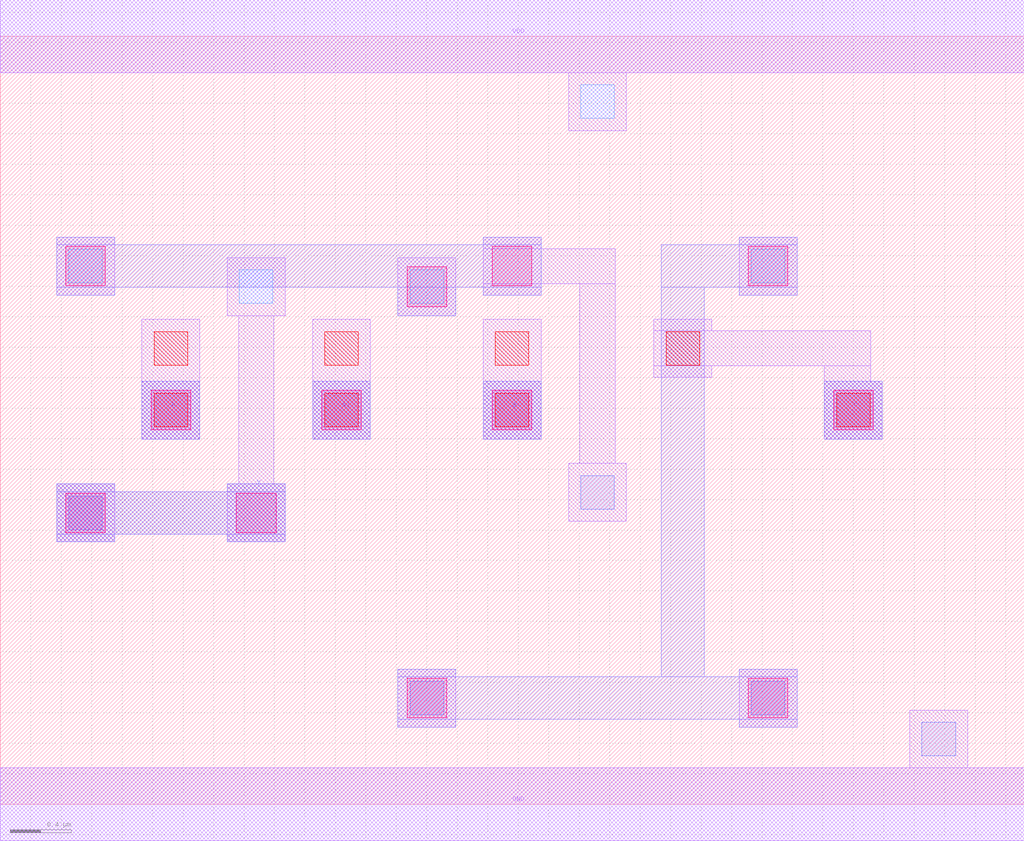
<source format=lef>
MACRO AOAI211
 CLASS CORE ;
 FOREIGN AOAI211 0 0 ;
 SIZE 6.72 BY 5.04 ;
 ORIGIN 0 0 ;
 SYMMETRY X Y R90 ;
 SITE unit ;
  PIN VDD
   DIRECTION INOUT ;
   USE POWER ;
   SHAPE ABUTMENT ;
    PORT
     CLASS CORE ;
       LAYER met1 ;
        RECT 0.00000000 4.80000000 6.72000000 5.28000000 ;
    END
  END VDD

  PIN GND
   DIRECTION INOUT ;
   USE POWER ;
   SHAPE ABUTMENT ;
    PORT
     CLASS CORE ;
       LAYER met1 ;
        RECT 0.00000000 -0.24000000 6.72000000 0.24000000 ;
    END
  END GND

  PIN Y
   DIRECTION INOUT ;
   USE SIGNAL ;
   SHAPE ABUTMENT ;
    PORT
     CLASS CORE ;
       LAYER met2 ;
        RECT 0.37000000 1.72200000 0.75000000 1.77200000 ;
        RECT 1.49000000 1.72200000 1.87000000 1.77200000 ;
        RECT 0.37000000 1.77200000 1.87000000 2.05200000 ;
        RECT 0.37000000 2.05200000 0.75000000 2.10200000 ;
        RECT 1.49000000 2.05200000 1.87000000 2.10200000 ;
    END
  END Y

  PIN B
   DIRECTION INOUT ;
   USE SIGNAL ;
   SHAPE ABUTMENT ;
    PORT
     CLASS CORE ;
       LAYER met2 ;
        RECT 3.17000000 2.39700000 3.55000000 2.77700000 ;
    END
  END B

  PIN A1
   DIRECTION INOUT ;
   USE SIGNAL ;
   SHAPE ABUTMENT ;
    PORT
     CLASS CORE ;
       LAYER met2 ;
        RECT 2.05000000 2.39700000 2.43000000 2.77700000 ;
    END
  END A1

  PIN C
   DIRECTION INOUT ;
   USE SIGNAL ;
   SHAPE ABUTMENT ;
    PORT
     CLASS CORE ;
       LAYER met2 ;
        RECT 5.41000000 2.39700000 5.79000000 2.77700000 ;
    END
  END C

  PIN A
   DIRECTION INOUT ;
   USE SIGNAL ;
   SHAPE ABUTMENT ;
    PORT
     CLASS CORE ;
       LAYER met2 ;
        RECT 0.93000000 2.39700000 1.31000000 2.77700000 ;
    END
  END A

 OBS
    LAYER polycont ;
     RECT 1.01000000 2.47700000 1.23000000 2.69700000 ;
     RECT 2.13000000 2.47700000 2.35000000 2.69700000 ;
     RECT 3.25000000 2.47700000 3.47000000 2.69700000 ;
     RECT 5.49000000 2.47700000 5.71000000 2.69700000 ;
     RECT 1.01000000 2.88200000 1.23000000 3.10200000 ;
     RECT 2.13000000 2.88200000 2.35000000 3.10200000 ;
     RECT 3.25000000 2.88200000 3.47000000 3.10200000 ;
     RECT 4.37000000 2.88200000 4.59000000 3.10200000 ;

    LAYER pdiffc ;
     RECT 1.57000000 3.28700000 1.79000000 3.50700000 ;
     RECT 2.69000000 3.28700000 2.91000000 3.50700000 ;
     RECT 0.45000000 3.42200000 0.67000000 3.64200000 ;
     RECT 4.93000000 3.42200000 5.15000000 3.64200000 ;
     RECT 3.81000000 4.50200000 4.03000000 4.72200000 ;

    LAYER ndiffc ;
     RECT 6.05000000 0.31700000 6.27000000 0.53700000 ;
     RECT 2.69000000 0.58700000 2.91000000 0.80700000 ;
     RECT 4.93000000 0.58700000 5.15000000 0.80700000 ;
     RECT 0.45000000 1.80200000 0.67000000 2.02200000 ;
     RECT 3.81000000 1.93700000 4.03000000 2.15700000 ;

    LAYER met1 ;
     RECT 0.00000000 -0.24000000 6.72000000 0.24000000 ;
     RECT 5.97000000 0.24000000 6.35000000 0.61700000 ;
     RECT 2.61000000 0.50700000 2.99000000 0.88700000 ;
     RECT 4.85000000 0.50700000 5.23000000 0.88700000 ;
     RECT 0.37000000 1.72200000 0.75000000 2.10200000 ;
     RECT 0.93000000 2.39700000 1.31000000 3.18200000 ;
     RECT 2.05000000 2.39700000 2.43000000 3.18200000 ;
     RECT 3.17000000 2.39700000 3.55000000 3.18200000 ;
     RECT 5.41000000 2.39700000 5.79000000 2.77700000 ;
     RECT 4.29000000 2.80200000 4.67000000 2.87700000 ;
     RECT 5.41000000 2.77700000 5.71500000 2.87700000 ;
     RECT 4.29000000 2.87700000 5.71500000 3.10700000 ;
     RECT 4.29000000 3.10700000 4.67000000 3.18200000 ;
     RECT 1.49000000 1.72200000 1.87000000 2.10200000 ;
     RECT 1.56500000 2.10200000 1.79500000 3.20700000 ;
     RECT 1.49000000 3.20700000 1.87000000 3.58700000 ;
     RECT 2.61000000 3.20700000 2.99000000 3.58700000 ;
     RECT 0.37000000 3.34200000 0.75000000 3.72200000 ;
     RECT 3.73000000 1.85700000 4.11000000 2.23700000 ;
     RECT 3.17000000 3.34200000 3.55000000 3.41700000 ;
     RECT 3.80500000 2.23700000 4.03500000 3.41700000 ;
     RECT 3.17000000 3.41700000 4.03500000 3.64700000 ;
     RECT 3.17000000 3.64700000 3.55000000 3.72200000 ;
     RECT 4.85000000 3.34200000 5.23000000 3.72200000 ;
     RECT 3.73000000 4.42200000 4.11000000 4.80000000 ;
     RECT 0.00000000 4.80000000 6.72000000 5.28000000 ;

    LAYER via1 ;
     RECT 2.67000000 0.56700000 2.93000000 0.82700000 ;
     RECT 4.91000000 0.56700000 5.17000000 0.82700000 ;
     RECT 0.43000000 1.78200000 0.69000000 2.04200000 ;
     RECT 1.55000000 1.78200000 1.81000000 2.04200000 ;
     RECT 0.99000000 2.45700000 1.25000000 2.71700000 ;
     RECT 2.11000000 2.45700000 2.37000000 2.71700000 ;
     RECT 3.23000000 2.45700000 3.49000000 2.71700000 ;
     RECT 5.47000000 2.45700000 5.73000000 2.71700000 ;
     RECT 2.67000000 3.26700000 2.93000000 3.52700000 ;
     RECT 0.43000000 3.40200000 0.69000000 3.66200000 ;
     RECT 3.23000000 3.40200000 3.49000000 3.66200000 ;
     RECT 4.91000000 3.40200000 5.17000000 3.66200000 ;

    LAYER met2 ;
     RECT 0.37000000 1.72200000 0.75000000 1.77200000 ;
     RECT 1.49000000 1.72200000 1.87000000 1.77200000 ;
     RECT 0.37000000 1.77200000 1.87000000 2.05200000 ;
     RECT 0.37000000 2.05200000 0.75000000 2.10200000 ;
     RECT 1.49000000 2.05200000 1.87000000 2.10200000 ;
     RECT 0.93000000 2.39700000 1.31000000 2.77700000 ;
     RECT 2.05000000 2.39700000 2.43000000 2.77700000 ;
     RECT 3.17000000 2.39700000 3.55000000 2.77700000 ;
     RECT 5.41000000 2.39700000 5.79000000 2.77700000 ;
     RECT 0.37000000 3.34200000 0.75000000 3.39200000 ;
     RECT 2.61000000 3.20700000 2.99000000 3.39200000 ;
     RECT 3.17000000 3.34200000 3.55000000 3.39200000 ;
     RECT 0.37000000 3.39200000 3.55000000 3.67200000 ;
     RECT 0.37000000 3.67200000 0.75000000 3.72200000 ;
     RECT 3.17000000 3.67200000 3.55000000 3.72200000 ;
     RECT 2.61000000 0.50700000 2.99000000 0.55700000 ;
     RECT 4.85000000 0.50700000 5.23000000 0.55700000 ;
     RECT 2.61000000 0.55700000 5.23000000 0.83700000 ;
     RECT 2.61000000 0.83700000 2.99000000 0.88700000 ;
     RECT 4.85000000 0.83700000 5.23000000 0.88700000 ;
     RECT 4.34000000 0.83700000 4.62000000 3.39200000 ;
     RECT 4.85000000 3.34200000 5.23000000 3.39200000 ;
     RECT 4.34000000 3.39200000 5.23000000 3.67200000 ;
     RECT 4.85000000 3.67200000 5.23000000 3.72200000 ;

 END
END AOAI211

</source>
